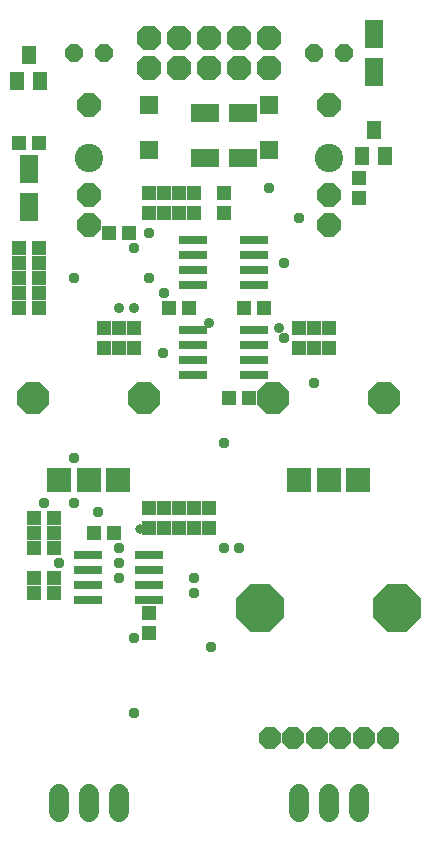
<source format=gbs>
G75*
%MOIN*%
%OFA0B0*%
%FSLAX25Y25*%
%IPPOS*%
%LPD*%
%AMOC8*
5,1,8,0,0,1.08239X$1,22.5*
%
%ADD10R,0.06312X0.09461*%
%ADD11R,0.05131X0.04737*%
%ADD12R,0.09461X0.06312*%
%ADD13R,0.04737X0.05131*%
%ADD14R,0.06312X0.06312*%
%ADD15R,0.09461X0.03162*%
%ADD16OC8,0.07800*%
%ADD17C,0.09461*%
%ADD18OC8,0.08200*%
%ADD19OC8,0.06000*%
%ADD20R,0.04737X0.06312*%
%ADD21OC8,0.07099*%
%ADD22OC8,0.15824*%
%ADD23R,0.08200X0.08200*%
%ADD24OC8,0.10800*%
%ADD25C,0.06800*%
%ADD26C,0.03778*%
%ADD27C,0.03187*%
%ADD28C,0.03581*%
D10*
X0031998Y0214501D03*
X0031998Y0227099D03*
X0146998Y0259501D03*
X0146998Y0272099D03*
D11*
X0141998Y0224146D03*
X0141998Y0217454D03*
X0131998Y0174146D03*
X0126998Y0174146D03*
X0126998Y0167454D03*
X0131998Y0167454D03*
X0110345Y0180800D03*
X0103652Y0180800D03*
X0085345Y0180800D03*
X0078652Y0180800D03*
X0066998Y0174146D03*
X0066998Y0167454D03*
X0056998Y0167454D03*
X0056998Y0174146D03*
X0035345Y0185800D03*
X0028652Y0185800D03*
X0058652Y0205800D03*
X0065345Y0205800D03*
X0071998Y0212454D03*
X0076998Y0212454D03*
X0076998Y0219146D03*
X0071998Y0219146D03*
X0081998Y0219146D03*
X0081998Y0212454D03*
X0096998Y0212454D03*
X0096998Y0219146D03*
X0098652Y0150800D03*
X0105345Y0150800D03*
X0091998Y0114146D03*
X0086998Y0114146D03*
X0086998Y0107454D03*
X0091998Y0107454D03*
X0076998Y0107454D03*
X0071998Y0107454D03*
X0071998Y0114146D03*
X0076998Y0114146D03*
X0060345Y0105800D03*
X0053652Y0105800D03*
X0040345Y0100800D03*
X0033652Y0100800D03*
D12*
X0090699Y0230800D03*
X0090699Y0245800D03*
X0103297Y0245800D03*
X0103297Y0230800D03*
D13*
X0086998Y0219146D03*
X0086998Y0212454D03*
X0061998Y0174146D03*
X0061998Y0167454D03*
X0035345Y0180800D03*
X0028652Y0180800D03*
X0028652Y0190800D03*
X0028652Y0195800D03*
X0028652Y0200800D03*
X0035345Y0200800D03*
X0035345Y0195800D03*
X0035345Y0190800D03*
X0035345Y0235800D03*
X0028652Y0235800D03*
X0081998Y0114146D03*
X0081998Y0107454D03*
X0071998Y0079146D03*
X0071998Y0072454D03*
X0040345Y0085800D03*
X0040345Y0090800D03*
X0033652Y0090800D03*
X0033652Y0085800D03*
X0033652Y0105800D03*
X0033652Y0110800D03*
X0040345Y0110800D03*
X0040345Y0105800D03*
X0121998Y0167454D03*
X0121998Y0174146D03*
D14*
X0111998Y0233320D03*
X0111998Y0248280D03*
X0071998Y0248280D03*
X0071998Y0233320D03*
D15*
X0086762Y0203300D03*
X0086762Y0198300D03*
X0086762Y0193300D03*
X0086762Y0188300D03*
X0086762Y0173300D03*
X0086762Y0168300D03*
X0086762Y0163300D03*
X0086762Y0158300D03*
X0107234Y0158300D03*
X0107234Y0163300D03*
X0107234Y0168300D03*
X0107234Y0173300D03*
X0107234Y0188300D03*
X0107234Y0193300D03*
X0107234Y0198300D03*
X0107234Y0203300D03*
X0072234Y0098300D03*
X0072234Y0093300D03*
X0072234Y0088300D03*
X0072234Y0083300D03*
X0051762Y0083300D03*
X0051762Y0088300D03*
X0051762Y0093300D03*
X0051762Y0098300D03*
D16*
X0051998Y0208300D03*
X0051998Y0218300D03*
X0051998Y0248300D03*
X0131998Y0248300D03*
X0131998Y0218300D03*
X0131998Y0208300D03*
D17*
X0131998Y0230800D03*
X0051998Y0230800D03*
D18*
X0071998Y0260800D03*
X0071998Y0270800D03*
X0081998Y0270800D03*
X0081998Y0260800D03*
X0091998Y0260800D03*
X0091998Y0270800D03*
X0101998Y0270800D03*
X0101998Y0260800D03*
X0111998Y0260800D03*
X0111998Y0270800D03*
D19*
X0126998Y0265800D03*
X0136998Y0265800D03*
X0056998Y0265800D03*
X0046998Y0265800D03*
D20*
X0035738Y0256469D03*
X0031998Y0265131D03*
X0028258Y0256469D03*
X0143258Y0231469D03*
X0146998Y0240131D03*
X0150738Y0231469D03*
D21*
X0151683Y0037493D03*
X0143809Y0037493D03*
X0135935Y0037493D03*
X0128061Y0037493D03*
X0120187Y0037493D03*
X0112313Y0037493D03*
D22*
X0109163Y0080800D03*
X0154833Y0080800D03*
D23*
X0141841Y0123241D03*
X0131998Y0123241D03*
X0122156Y0123241D03*
X0061841Y0123241D03*
X0051998Y0123241D03*
X0042156Y0123241D03*
D24*
X0033494Y0150800D03*
X0070502Y0150800D03*
X0113494Y0150800D03*
X0150502Y0150800D03*
D25*
X0041998Y0018800D02*
X0041998Y0012800D01*
X0051998Y0012800D02*
X0051998Y0018800D01*
X0061998Y0018800D02*
X0061998Y0012800D01*
X0121998Y0012800D02*
X0121998Y0018800D01*
X0131998Y0018800D02*
X0131998Y0012800D01*
X0141998Y0012800D02*
X0141998Y0018800D01*
D26*
X0092901Y0067653D03*
X0086998Y0085800D03*
X0086998Y0090800D03*
X0096998Y0100800D03*
X0101998Y0100800D03*
X0096998Y0135800D03*
X0076798Y0165800D03*
X0076998Y0185800D03*
X0071998Y0190800D03*
X0066998Y0200800D03*
X0071998Y0205800D03*
X0046998Y0190800D03*
X0046998Y0130800D03*
X0046998Y0115800D03*
X0055201Y0112598D03*
X0061998Y0100800D03*
X0061998Y0095800D03*
X0061998Y0090800D03*
X0066998Y0070800D03*
X0066998Y0045800D03*
X0041998Y0095800D03*
X0037097Y0115652D03*
X0111998Y0220800D03*
X0121998Y0210800D03*
X0116998Y0195800D03*
X0117228Y0170570D03*
X0126998Y0155800D03*
D27*
X0069097Y0106998D03*
D28*
X0115602Y0174146D03*
X0091998Y0175800D03*
X0066998Y0180800D03*
X0061998Y0180800D03*
M02*

</source>
